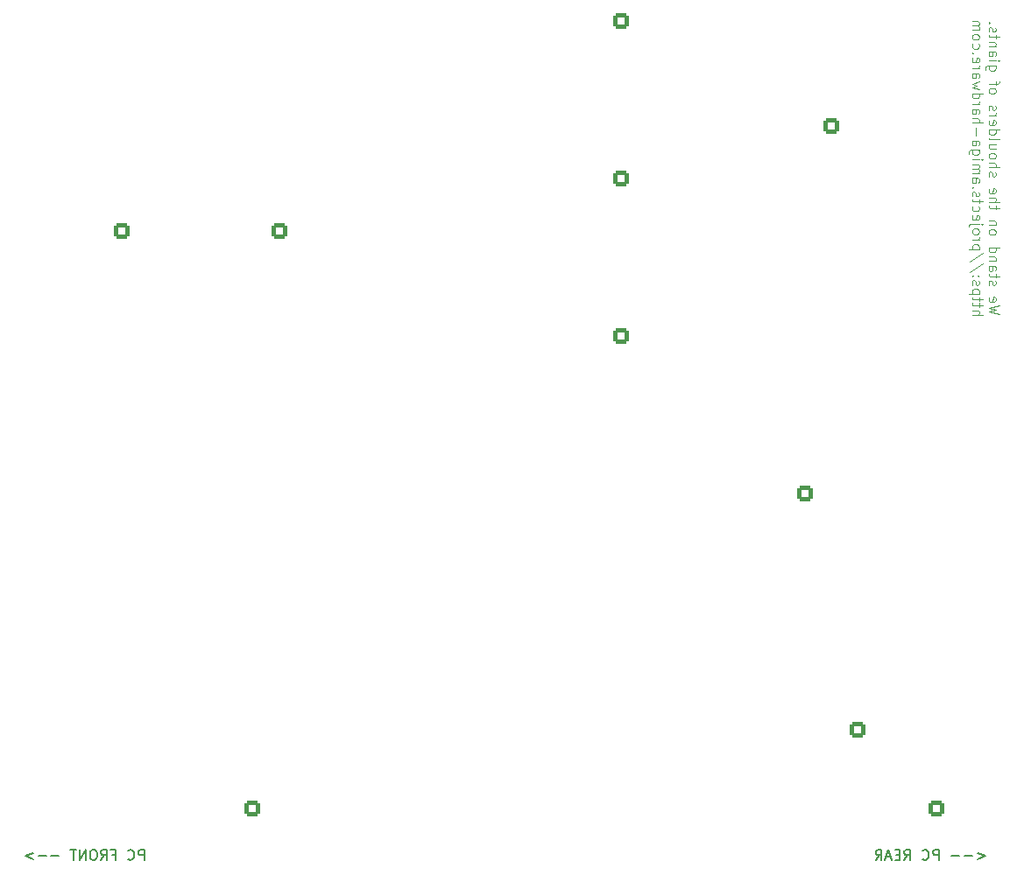
<source format=gbo>
%TF.GenerationSoftware,KiCad,Pcbnew,9.0.5-1.fc42*%
%TF.CreationDate,2025-11-09T16:45:20+08:00*%
%TF.ProjectId,XTra-RAM,58547261-2d52-4414-9d2e-6b696361645f,rev?*%
%TF.SameCoordinates,Original*%
%TF.FileFunction,Legend,Bot*%
%TF.FilePolarity,Positive*%
%FSLAX46Y46*%
G04 Gerber Fmt 4.6, Leading zero omitted, Abs format (unit mm)*
G04 Created by KiCad (PCBNEW 9.0.5-1.fc42) date 2025-11-09 16:45:20*
%MOMM*%
%LPD*%
G01*
G04 APERTURE LIST*
G04 Aperture macros list*
%AMRoundRect*
0 Rectangle with rounded corners*
0 $1 Rounding radius*
0 $2 $3 $4 $5 $6 $7 $8 $9 X,Y pos of 4 corners*
0 Add a 4 corners polygon primitive as box body*
4,1,4,$2,$3,$4,$5,$6,$7,$8,$9,$2,$3,0*
0 Add four circle primitives for the rounded corners*
1,1,$1+$1,$2,$3*
1,1,$1+$1,$4,$5*
1,1,$1+$1,$6,$7*
1,1,$1+$1,$8,$9*
0 Add four rect primitives between the rounded corners*
20,1,$1+$1,$2,$3,$4,$5,0*
20,1,$1+$1,$4,$5,$6,$7,0*
20,1,$1+$1,$6,$7,$8,$9,0*
20,1,$1+$1,$8,$9,$2,$3,0*%
G04 Aperture macros list end*
%ADD10C,0.200000*%
%ADD11C,0.100000*%
%ADD12RoundRect,0.250000X0.550000X0.550000X-0.550000X0.550000X-0.550000X-0.550000X0.550000X-0.550000X0*%
%ADD13C,1.600000*%
%ADD14RoundRect,0.250000X-0.550000X-0.550000X0.550000X-0.550000X0.550000X0.550000X-0.550000X0.550000X0*%
%ADD15RoundRect,0.250000X-0.550000X0.550000X-0.550000X-0.550000X0.550000X-0.550000X0.550000X0.550000X0*%
%ADD16R,1.780000X7.620000*%
G04 APERTURE END LIST*
D10*
X196988422Y-136360552D02*
X197750326Y-136646266D01*
X197750326Y-136646266D02*
X196988422Y-136931980D01*
X196512231Y-136646266D02*
X195750327Y-136646266D01*
X195274136Y-136646266D02*
X194512232Y-136646266D01*
X193274136Y-137027219D02*
X193274136Y-136027219D01*
X193274136Y-136027219D02*
X192893184Y-136027219D01*
X192893184Y-136027219D02*
X192797946Y-136074838D01*
X192797946Y-136074838D02*
X192750327Y-136122457D01*
X192750327Y-136122457D02*
X192702708Y-136217695D01*
X192702708Y-136217695D02*
X192702708Y-136360552D01*
X192702708Y-136360552D02*
X192750327Y-136455790D01*
X192750327Y-136455790D02*
X192797946Y-136503409D01*
X192797946Y-136503409D02*
X192893184Y-136551028D01*
X192893184Y-136551028D02*
X193274136Y-136551028D01*
X191702708Y-136931980D02*
X191750327Y-136979600D01*
X191750327Y-136979600D02*
X191893184Y-137027219D01*
X191893184Y-137027219D02*
X191988422Y-137027219D01*
X191988422Y-137027219D02*
X192131279Y-136979600D01*
X192131279Y-136979600D02*
X192226517Y-136884361D01*
X192226517Y-136884361D02*
X192274136Y-136789123D01*
X192274136Y-136789123D02*
X192321755Y-136598647D01*
X192321755Y-136598647D02*
X192321755Y-136455790D01*
X192321755Y-136455790D02*
X192274136Y-136265314D01*
X192274136Y-136265314D02*
X192226517Y-136170076D01*
X192226517Y-136170076D02*
X192131279Y-136074838D01*
X192131279Y-136074838D02*
X191988422Y-136027219D01*
X191988422Y-136027219D02*
X191893184Y-136027219D01*
X191893184Y-136027219D02*
X191750327Y-136074838D01*
X191750327Y-136074838D02*
X191702708Y-136122457D01*
X189940803Y-137027219D02*
X190274136Y-136551028D01*
X190512231Y-137027219D02*
X190512231Y-136027219D01*
X190512231Y-136027219D02*
X190131279Y-136027219D01*
X190131279Y-136027219D02*
X190036041Y-136074838D01*
X190036041Y-136074838D02*
X189988422Y-136122457D01*
X189988422Y-136122457D02*
X189940803Y-136217695D01*
X189940803Y-136217695D02*
X189940803Y-136360552D01*
X189940803Y-136360552D02*
X189988422Y-136455790D01*
X189988422Y-136455790D02*
X190036041Y-136503409D01*
X190036041Y-136503409D02*
X190131279Y-136551028D01*
X190131279Y-136551028D02*
X190512231Y-136551028D01*
X189512231Y-136503409D02*
X189178898Y-136503409D01*
X189036041Y-137027219D02*
X189512231Y-137027219D01*
X189512231Y-137027219D02*
X189512231Y-136027219D01*
X189512231Y-136027219D02*
X189036041Y-136027219D01*
X188655088Y-136741504D02*
X188178898Y-136741504D01*
X188750326Y-137027219D02*
X188416993Y-136027219D01*
X188416993Y-136027219D02*
X188083660Y-137027219D01*
X187178898Y-137027219D02*
X187512231Y-136551028D01*
X187750326Y-137027219D02*
X187750326Y-136027219D01*
X187750326Y-136027219D02*
X187369374Y-136027219D01*
X187369374Y-136027219D02*
X187274136Y-136074838D01*
X187274136Y-136074838D02*
X187226517Y-136122457D01*
X187226517Y-136122457D02*
X187178898Y-136217695D01*
X187178898Y-136217695D02*
X187178898Y-136360552D01*
X187178898Y-136360552D02*
X187226517Y-136455790D01*
X187226517Y-136455790D02*
X187274136Y-136503409D01*
X187274136Y-136503409D02*
X187369374Y-136551028D01*
X187369374Y-136551028D02*
X187750326Y-136551028D01*
X116470326Y-137027219D02*
X116470326Y-136027219D01*
X116470326Y-136027219D02*
X116089374Y-136027219D01*
X116089374Y-136027219D02*
X115994136Y-136074838D01*
X115994136Y-136074838D02*
X115946517Y-136122457D01*
X115946517Y-136122457D02*
X115898898Y-136217695D01*
X115898898Y-136217695D02*
X115898898Y-136360552D01*
X115898898Y-136360552D02*
X115946517Y-136455790D01*
X115946517Y-136455790D02*
X115994136Y-136503409D01*
X115994136Y-136503409D02*
X116089374Y-136551028D01*
X116089374Y-136551028D02*
X116470326Y-136551028D01*
X114898898Y-136931980D02*
X114946517Y-136979600D01*
X114946517Y-136979600D02*
X115089374Y-137027219D01*
X115089374Y-137027219D02*
X115184612Y-137027219D01*
X115184612Y-137027219D02*
X115327469Y-136979600D01*
X115327469Y-136979600D02*
X115422707Y-136884361D01*
X115422707Y-136884361D02*
X115470326Y-136789123D01*
X115470326Y-136789123D02*
X115517945Y-136598647D01*
X115517945Y-136598647D02*
X115517945Y-136455790D01*
X115517945Y-136455790D02*
X115470326Y-136265314D01*
X115470326Y-136265314D02*
X115422707Y-136170076D01*
X115422707Y-136170076D02*
X115327469Y-136074838D01*
X115327469Y-136074838D02*
X115184612Y-136027219D01*
X115184612Y-136027219D02*
X115089374Y-136027219D01*
X115089374Y-136027219D02*
X114946517Y-136074838D01*
X114946517Y-136074838D02*
X114898898Y-136122457D01*
X113375088Y-136503409D02*
X113708421Y-136503409D01*
X113708421Y-137027219D02*
X113708421Y-136027219D01*
X113708421Y-136027219D02*
X113232231Y-136027219D01*
X112279850Y-137027219D02*
X112613183Y-136551028D01*
X112851278Y-137027219D02*
X112851278Y-136027219D01*
X112851278Y-136027219D02*
X112470326Y-136027219D01*
X112470326Y-136027219D02*
X112375088Y-136074838D01*
X112375088Y-136074838D02*
X112327469Y-136122457D01*
X112327469Y-136122457D02*
X112279850Y-136217695D01*
X112279850Y-136217695D02*
X112279850Y-136360552D01*
X112279850Y-136360552D02*
X112327469Y-136455790D01*
X112327469Y-136455790D02*
X112375088Y-136503409D01*
X112375088Y-136503409D02*
X112470326Y-136551028D01*
X112470326Y-136551028D02*
X112851278Y-136551028D01*
X111660802Y-136027219D02*
X111470326Y-136027219D01*
X111470326Y-136027219D02*
X111375088Y-136074838D01*
X111375088Y-136074838D02*
X111279850Y-136170076D01*
X111279850Y-136170076D02*
X111232231Y-136360552D01*
X111232231Y-136360552D02*
X111232231Y-136693885D01*
X111232231Y-136693885D02*
X111279850Y-136884361D01*
X111279850Y-136884361D02*
X111375088Y-136979600D01*
X111375088Y-136979600D02*
X111470326Y-137027219D01*
X111470326Y-137027219D02*
X111660802Y-137027219D01*
X111660802Y-137027219D02*
X111756040Y-136979600D01*
X111756040Y-136979600D02*
X111851278Y-136884361D01*
X111851278Y-136884361D02*
X111898897Y-136693885D01*
X111898897Y-136693885D02*
X111898897Y-136360552D01*
X111898897Y-136360552D02*
X111851278Y-136170076D01*
X111851278Y-136170076D02*
X111756040Y-136074838D01*
X111756040Y-136074838D02*
X111660802Y-136027219D01*
X110803659Y-137027219D02*
X110803659Y-136027219D01*
X110803659Y-136027219D02*
X110232231Y-137027219D01*
X110232231Y-137027219D02*
X110232231Y-136027219D01*
X109898897Y-136027219D02*
X109327469Y-136027219D01*
X109613183Y-137027219D02*
X109613183Y-136027219D01*
X108232230Y-136646266D02*
X107470326Y-136646266D01*
X106994135Y-136646266D02*
X106232231Y-136646266D01*
X105756040Y-136360552D02*
X104994136Y-136646266D01*
X104994136Y-136646266D02*
X105756040Y-136931980D01*
D11*
X199106578Y-84212378D02*
X198106578Y-83974283D01*
X198106578Y-83974283D02*
X198820864Y-83783807D01*
X198820864Y-83783807D02*
X198106578Y-83593331D01*
X198106578Y-83593331D02*
X199106578Y-83355236D01*
X198154198Y-82593331D02*
X198106578Y-82688569D01*
X198106578Y-82688569D02*
X198106578Y-82879045D01*
X198106578Y-82879045D02*
X198154198Y-82974283D01*
X198154198Y-82974283D02*
X198249436Y-83021902D01*
X198249436Y-83021902D02*
X198630388Y-83021902D01*
X198630388Y-83021902D02*
X198725626Y-82974283D01*
X198725626Y-82974283D02*
X198773245Y-82879045D01*
X198773245Y-82879045D02*
X198773245Y-82688569D01*
X198773245Y-82688569D02*
X198725626Y-82593331D01*
X198725626Y-82593331D02*
X198630388Y-82545712D01*
X198630388Y-82545712D02*
X198535150Y-82545712D01*
X198535150Y-82545712D02*
X198439912Y-83021902D01*
X198154198Y-81402854D02*
X198106578Y-81307616D01*
X198106578Y-81307616D02*
X198106578Y-81117140D01*
X198106578Y-81117140D02*
X198154198Y-81021902D01*
X198154198Y-81021902D02*
X198249436Y-80974283D01*
X198249436Y-80974283D02*
X198297055Y-80974283D01*
X198297055Y-80974283D02*
X198392293Y-81021902D01*
X198392293Y-81021902D02*
X198439912Y-81117140D01*
X198439912Y-81117140D02*
X198439912Y-81259997D01*
X198439912Y-81259997D02*
X198487531Y-81355235D01*
X198487531Y-81355235D02*
X198582769Y-81402854D01*
X198582769Y-81402854D02*
X198630388Y-81402854D01*
X198630388Y-81402854D02*
X198725626Y-81355235D01*
X198725626Y-81355235D02*
X198773245Y-81259997D01*
X198773245Y-81259997D02*
X198773245Y-81117140D01*
X198773245Y-81117140D02*
X198725626Y-81021902D01*
X198773245Y-80688568D02*
X198773245Y-80307616D01*
X199106578Y-80545711D02*
X198249436Y-80545711D01*
X198249436Y-80545711D02*
X198154198Y-80498092D01*
X198154198Y-80498092D02*
X198106578Y-80402854D01*
X198106578Y-80402854D02*
X198106578Y-80307616D01*
X198106578Y-79545711D02*
X198630388Y-79545711D01*
X198630388Y-79545711D02*
X198725626Y-79593330D01*
X198725626Y-79593330D02*
X198773245Y-79688568D01*
X198773245Y-79688568D02*
X198773245Y-79879044D01*
X198773245Y-79879044D02*
X198725626Y-79974282D01*
X198154198Y-79545711D02*
X198106578Y-79640949D01*
X198106578Y-79640949D02*
X198106578Y-79879044D01*
X198106578Y-79879044D02*
X198154198Y-79974282D01*
X198154198Y-79974282D02*
X198249436Y-80021901D01*
X198249436Y-80021901D02*
X198344674Y-80021901D01*
X198344674Y-80021901D02*
X198439912Y-79974282D01*
X198439912Y-79974282D02*
X198487531Y-79879044D01*
X198487531Y-79879044D02*
X198487531Y-79640949D01*
X198487531Y-79640949D02*
X198535150Y-79545711D01*
X198773245Y-79069520D02*
X198106578Y-79069520D01*
X198678007Y-79069520D02*
X198725626Y-79021901D01*
X198725626Y-79021901D02*
X198773245Y-78926663D01*
X198773245Y-78926663D02*
X198773245Y-78783806D01*
X198773245Y-78783806D02*
X198725626Y-78688568D01*
X198725626Y-78688568D02*
X198630388Y-78640949D01*
X198630388Y-78640949D02*
X198106578Y-78640949D01*
X198106578Y-77736187D02*
X199106578Y-77736187D01*
X198154198Y-77736187D02*
X198106578Y-77831425D01*
X198106578Y-77831425D02*
X198106578Y-78021901D01*
X198106578Y-78021901D02*
X198154198Y-78117139D01*
X198154198Y-78117139D02*
X198201817Y-78164758D01*
X198201817Y-78164758D02*
X198297055Y-78212377D01*
X198297055Y-78212377D02*
X198582769Y-78212377D01*
X198582769Y-78212377D02*
X198678007Y-78164758D01*
X198678007Y-78164758D02*
X198725626Y-78117139D01*
X198725626Y-78117139D02*
X198773245Y-78021901D01*
X198773245Y-78021901D02*
X198773245Y-77831425D01*
X198773245Y-77831425D02*
X198725626Y-77736187D01*
X198106578Y-76355234D02*
X198154198Y-76450472D01*
X198154198Y-76450472D02*
X198201817Y-76498091D01*
X198201817Y-76498091D02*
X198297055Y-76545710D01*
X198297055Y-76545710D02*
X198582769Y-76545710D01*
X198582769Y-76545710D02*
X198678007Y-76498091D01*
X198678007Y-76498091D02*
X198725626Y-76450472D01*
X198725626Y-76450472D02*
X198773245Y-76355234D01*
X198773245Y-76355234D02*
X198773245Y-76212377D01*
X198773245Y-76212377D02*
X198725626Y-76117139D01*
X198725626Y-76117139D02*
X198678007Y-76069520D01*
X198678007Y-76069520D02*
X198582769Y-76021901D01*
X198582769Y-76021901D02*
X198297055Y-76021901D01*
X198297055Y-76021901D02*
X198201817Y-76069520D01*
X198201817Y-76069520D02*
X198154198Y-76117139D01*
X198154198Y-76117139D02*
X198106578Y-76212377D01*
X198106578Y-76212377D02*
X198106578Y-76355234D01*
X198773245Y-75593329D02*
X198106578Y-75593329D01*
X198678007Y-75593329D02*
X198725626Y-75545710D01*
X198725626Y-75545710D02*
X198773245Y-75450472D01*
X198773245Y-75450472D02*
X198773245Y-75307615D01*
X198773245Y-75307615D02*
X198725626Y-75212377D01*
X198725626Y-75212377D02*
X198630388Y-75164758D01*
X198630388Y-75164758D02*
X198106578Y-75164758D01*
X198773245Y-74069519D02*
X198773245Y-73688567D01*
X199106578Y-73926662D02*
X198249436Y-73926662D01*
X198249436Y-73926662D02*
X198154198Y-73879043D01*
X198154198Y-73879043D02*
X198106578Y-73783805D01*
X198106578Y-73783805D02*
X198106578Y-73688567D01*
X198106578Y-73355233D02*
X199106578Y-73355233D01*
X198106578Y-72926662D02*
X198630388Y-72926662D01*
X198630388Y-72926662D02*
X198725626Y-72974281D01*
X198725626Y-72974281D02*
X198773245Y-73069519D01*
X198773245Y-73069519D02*
X198773245Y-73212376D01*
X198773245Y-73212376D02*
X198725626Y-73307614D01*
X198725626Y-73307614D02*
X198678007Y-73355233D01*
X198154198Y-72069519D02*
X198106578Y-72164757D01*
X198106578Y-72164757D02*
X198106578Y-72355233D01*
X198106578Y-72355233D02*
X198154198Y-72450471D01*
X198154198Y-72450471D02*
X198249436Y-72498090D01*
X198249436Y-72498090D02*
X198630388Y-72498090D01*
X198630388Y-72498090D02*
X198725626Y-72450471D01*
X198725626Y-72450471D02*
X198773245Y-72355233D01*
X198773245Y-72355233D02*
X198773245Y-72164757D01*
X198773245Y-72164757D02*
X198725626Y-72069519D01*
X198725626Y-72069519D02*
X198630388Y-72021900D01*
X198630388Y-72021900D02*
X198535150Y-72021900D01*
X198535150Y-72021900D02*
X198439912Y-72498090D01*
X198154198Y-70879042D02*
X198106578Y-70783804D01*
X198106578Y-70783804D02*
X198106578Y-70593328D01*
X198106578Y-70593328D02*
X198154198Y-70498090D01*
X198154198Y-70498090D02*
X198249436Y-70450471D01*
X198249436Y-70450471D02*
X198297055Y-70450471D01*
X198297055Y-70450471D02*
X198392293Y-70498090D01*
X198392293Y-70498090D02*
X198439912Y-70593328D01*
X198439912Y-70593328D02*
X198439912Y-70736185D01*
X198439912Y-70736185D02*
X198487531Y-70831423D01*
X198487531Y-70831423D02*
X198582769Y-70879042D01*
X198582769Y-70879042D02*
X198630388Y-70879042D01*
X198630388Y-70879042D02*
X198725626Y-70831423D01*
X198725626Y-70831423D02*
X198773245Y-70736185D01*
X198773245Y-70736185D02*
X198773245Y-70593328D01*
X198773245Y-70593328D02*
X198725626Y-70498090D01*
X198106578Y-70021899D02*
X199106578Y-70021899D01*
X198106578Y-69593328D02*
X198630388Y-69593328D01*
X198630388Y-69593328D02*
X198725626Y-69640947D01*
X198725626Y-69640947D02*
X198773245Y-69736185D01*
X198773245Y-69736185D02*
X198773245Y-69879042D01*
X198773245Y-69879042D02*
X198725626Y-69974280D01*
X198725626Y-69974280D02*
X198678007Y-70021899D01*
X198106578Y-68974280D02*
X198154198Y-69069518D01*
X198154198Y-69069518D02*
X198201817Y-69117137D01*
X198201817Y-69117137D02*
X198297055Y-69164756D01*
X198297055Y-69164756D02*
X198582769Y-69164756D01*
X198582769Y-69164756D02*
X198678007Y-69117137D01*
X198678007Y-69117137D02*
X198725626Y-69069518D01*
X198725626Y-69069518D02*
X198773245Y-68974280D01*
X198773245Y-68974280D02*
X198773245Y-68831423D01*
X198773245Y-68831423D02*
X198725626Y-68736185D01*
X198725626Y-68736185D02*
X198678007Y-68688566D01*
X198678007Y-68688566D02*
X198582769Y-68640947D01*
X198582769Y-68640947D02*
X198297055Y-68640947D01*
X198297055Y-68640947D02*
X198201817Y-68688566D01*
X198201817Y-68688566D02*
X198154198Y-68736185D01*
X198154198Y-68736185D02*
X198106578Y-68831423D01*
X198106578Y-68831423D02*
X198106578Y-68974280D01*
X198773245Y-67783804D02*
X198106578Y-67783804D01*
X198773245Y-68212375D02*
X198249436Y-68212375D01*
X198249436Y-68212375D02*
X198154198Y-68164756D01*
X198154198Y-68164756D02*
X198106578Y-68069518D01*
X198106578Y-68069518D02*
X198106578Y-67926661D01*
X198106578Y-67926661D02*
X198154198Y-67831423D01*
X198154198Y-67831423D02*
X198201817Y-67783804D01*
X198106578Y-67164756D02*
X198154198Y-67259994D01*
X198154198Y-67259994D02*
X198249436Y-67307613D01*
X198249436Y-67307613D02*
X199106578Y-67307613D01*
X198106578Y-66355232D02*
X199106578Y-66355232D01*
X198154198Y-66355232D02*
X198106578Y-66450470D01*
X198106578Y-66450470D02*
X198106578Y-66640946D01*
X198106578Y-66640946D02*
X198154198Y-66736184D01*
X198154198Y-66736184D02*
X198201817Y-66783803D01*
X198201817Y-66783803D02*
X198297055Y-66831422D01*
X198297055Y-66831422D02*
X198582769Y-66831422D01*
X198582769Y-66831422D02*
X198678007Y-66783803D01*
X198678007Y-66783803D02*
X198725626Y-66736184D01*
X198725626Y-66736184D02*
X198773245Y-66640946D01*
X198773245Y-66640946D02*
X198773245Y-66450470D01*
X198773245Y-66450470D02*
X198725626Y-66355232D01*
X198154198Y-65498089D02*
X198106578Y-65593327D01*
X198106578Y-65593327D02*
X198106578Y-65783803D01*
X198106578Y-65783803D02*
X198154198Y-65879041D01*
X198154198Y-65879041D02*
X198249436Y-65926660D01*
X198249436Y-65926660D02*
X198630388Y-65926660D01*
X198630388Y-65926660D02*
X198725626Y-65879041D01*
X198725626Y-65879041D02*
X198773245Y-65783803D01*
X198773245Y-65783803D02*
X198773245Y-65593327D01*
X198773245Y-65593327D02*
X198725626Y-65498089D01*
X198725626Y-65498089D02*
X198630388Y-65450470D01*
X198630388Y-65450470D02*
X198535150Y-65450470D01*
X198535150Y-65450470D02*
X198439912Y-65926660D01*
X198106578Y-65021898D02*
X198773245Y-65021898D01*
X198582769Y-65021898D02*
X198678007Y-64974279D01*
X198678007Y-64974279D02*
X198725626Y-64926660D01*
X198725626Y-64926660D02*
X198773245Y-64831422D01*
X198773245Y-64831422D02*
X198773245Y-64736184D01*
X198154198Y-64450469D02*
X198106578Y-64355231D01*
X198106578Y-64355231D02*
X198106578Y-64164755D01*
X198106578Y-64164755D02*
X198154198Y-64069517D01*
X198154198Y-64069517D02*
X198249436Y-64021898D01*
X198249436Y-64021898D02*
X198297055Y-64021898D01*
X198297055Y-64021898D02*
X198392293Y-64069517D01*
X198392293Y-64069517D02*
X198439912Y-64164755D01*
X198439912Y-64164755D02*
X198439912Y-64307612D01*
X198439912Y-64307612D02*
X198487531Y-64402850D01*
X198487531Y-64402850D02*
X198582769Y-64450469D01*
X198582769Y-64450469D02*
X198630388Y-64450469D01*
X198630388Y-64450469D02*
X198725626Y-64402850D01*
X198725626Y-64402850D02*
X198773245Y-64307612D01*
X198773245Y-64307612D02*
X198773245Y-64164755D01*
X198773245Y-64164755D02*
X198725626Y-64069517D01*
X198106578Y-62688564D02*
X198154198Y-62783802D01*
X198154198Y-62783802D02*
X198201817Y-62831421D01*
X198201817Y-62831421D02*
X198297055Y-62879040D01*
X198297055Y-62879040D02*
X198582769Y-62879040D01*
X198582769Y-62879040D02*
X198678007Y-62831421D01*
X198678007Y-62831421D02*
X198725626Y-62783802D01*
X198725626Y-62783802D02*
X198773245Y-62688564D01*
X198773245Y-62688564D02*
X198773245Y-62545707D01*
X198773245Y-62545707D02*
X198725626Y-62450469D01*
X198725626Y-62450469D02*
X198678007Y-62402850D01*
X198678007Y-62402850D02*
X198582769Y-62355231D01*
X198582769Y-62355231D02*
X198297055Y-62355231D01*
X198297055Y-62355231D02*
X198201817Y-62402850D01*
X198201817Y-62402850D02*
X198154198Y-62450469D01*
X198154198Y-62450469D02*
X198106578Y-62545707D01*
X198106578Y-62545707D02*
X198106578Y-62688564D01*
X198773245Y-62069516D02*
X198773245Y-61688564D01*
X198106578Y-61926659D02*
X198963721Y-61926659D01*
X198963721Y-61926659D02*
X199058959Y-61879040D01*
X199058959Y-61879040D02*
X199106578Y-61783802D01*
X199106578Y-61783802D02*
X199106578Y-61688564D01*
X198773245Y-60164754D02*
X197963721Y-60164754D01*
X197963721Y-60164754D02*
X197868483Y-60212373D01*
X197868483Y-60212373D02*
X197820864Y-60259992D01*
X197820864Y-60259992D02*
X197773245Y-60355230D01*
X197773245Y-60355230D02*
X197773245Y-60498087D01*
X197773245Y-60498087D02*
X197820864Y-60593325D01*
X198154198Y-60164754D02*
X198106578Y-60259992D01*
X198106578Y-60259992D02*
X198106578Y-60450468D01*
X198106578Y-60450468D02*
X198154198Y-60545706D01*
X198154198Y-60545706D02*
X198201817Y-60593325D01*
X198201817Y-60593325D02*
X198297055Y-60640944D01*
X198297055Y-60640944D02*
X198582769Y-60640944D01*
X198582769Y-60640944D02*
X198678007Y-60593325D01*
X198678007Y-60593325D02*
X198725626Y-60545706D01*
X198725626Y-60545706D02*
X198773245Y-60450468D01*
X198773245Y-60450468D02*
X198773245Y-60259992D01*
X198773245Y-60259992D02*
X198725626Y-60164754D01*
X198106578Y-59688563D02*
X198773245Y-59688563D01*
X199106578Y-59688563D02*
X199058959Y-59736182D01*
X199058959Y-59736182D02*
X199011340Y-59688563D01*
X199011340Y-59688563D02*
X199058959Y-59640944D01*
X199058959Y-59640944D02*
X199106578Y-59688563D01*
X199106578Y-59688563D02*
X199011340Y-59688563D01*
X198106578Y-58783802D02*
X198630388Y-58783802D01*
X198630388Y-58783802D02*
X198725626Y-58831421D01*
X198725626Y-58831421D02*
X198773245Y-58926659D01*
X198773245Y-58926659D02*
X198773245Y-59117135D01*
X198773245Y-59117135D02*
X198725626Y-59212373D01*
X198154198Y-58783802D02*
X198106578Y-58879040D01*
X198106578Y-58879040D02*
X198106578Y-59117135D01*
X198106578Y-59117135D02*
X198154198Y-59212373D01*
X198154198Y-59212373D02*
X198249436Y-59259992D01*
X198249436Y-59259992D02*
X198344674Y-59259992D01*
X198344674Y-59259992D02*
X198439912Y-59212373D01*
X198439912Y-59212373D02*
X198487531Y-59117135D01*
X198487531Y-59117135D02*
X198487531Y-58879040D01*
X198487531Y-58879040D02*
X198535150Y-58783802D01*
X198773245Y-58307611D02*
X198106578Y-58307611D01*
X198678007Y-58307611D02*
X198725626Y-58259992D01*
X198725626Y-58259992D02*
X198773245Y-58164754D01*
X198773245Y-58164754D02*
X198773245Y-58021897D01*
X198773245Y-58021897D02*
X198725626Y-57926659D01*
X198725626Y-57926659D02*
X198630388Y-57879040D01*
X198630388Y-57879040D02*
X198106578Y-57879040D01*
X198773245Y-57545706D02*
X198773245Y-57164754D01*
X199106578Y-57402849D02*
X198249436Y-57402849D01*
X198249436Y-57402849D02*
X198154198Y-57355230D01*
X198154198Y-57355230D02*
X198106578Y-57259992D01*
X198106578Y-57259992D02*
X198106578Y-57164754D01*
X198154198Y-56879039D02*
X198106578Y-56783801D01*
X198106578Y-56783801D02*
X198106578Y-56593325D01*
X198106578Y-56593325D02*
X198154198Y-56498087D01*
X198154198Y-56498087D02*
X198249436Y-56450468D01*
X198249436Y-56450468D02*
X198297055Y-56450468D01*
X198297055Y-56450468D02*
X198392293Y-56498087D01*
X198392293Y-56498087D02*
X198439912Y-56593325D01*
X198439912Y-56593325D02*
X198439912Y-56736182D01*
X198439912Y-56736182D02*
X198487531Y-56831420D01*
X198487531Y-56831420D02*
X198582769Y-56879039D01*
X198582769Y-56879039D02*
X198630388Y-56879039D01*
X198630388Y-56879039D02*
X198725626Y-56831420D01*
X198725626Y-56831420D02*
X198773245Y-56736182D01*
X198773245Y-56736182D02*
X198773245Y-56593325D01*
X198773245Y-56593325D02*
X198725626Y-56498087D01*
X198201817Y-56021896D02*
X198154198Y-55974277D01*
X198154198Y-55974277D02*
X198106578Y-56021896D01*
X198106578Y-56021896D02*
X198154198Y-56069515D01*
X198154198Y-56069515D02*
X198201817Y-56021896D01*
X198201817Y-56021896D02*
X198106578Y-56021896D01*
X196496634Y-84283804D02*
X197496634Y-84283804D01*
X196496634Y-83855233D02*
X197020444Y-83855233D01*
X197020444Y-83855233D02*
X197115682Y-83902852D01*
X197115682Y-83902852D02*
X197163301Y-83998090D01*
X197163301Y-83998090D02*
X197163301Y-84140947D01*
X197163301Y-84140947D02*
X197115682Y-84236185D01*
X197115682Y-84236185D02*
X197068063Y-84283804D01*
X197163301Y-83521899D02*
X197163301Y-83140947D01*
X197496634Y-83379042D02*
X196639492Y-83379042D01*
X196639492Y-83379042D02*
X196544254Y-83331423D01*
X196544254Y-83331423D02*
X196496634Y-83236185D01*
X196496634Y-83236185D02*
X196496634Y-83140947D01*
X197163301Y-82950470D02*
X197163301Y-82569518D01*
X197496634Y-82807613D02*
X196639492Y-82807613D01*
X196639492Y-82807613D02*
X196544254Y-82759994D01*
X196544254Y-82759994D02*
X196496634Y-82664756D01*
X196496634Y-82664756D02*
X196496634Y-82569518D01*
X197163301Y-82236184D02*
X196163301Y-82236184D01*
X197115682Y-82236184D02*
X197163301Y-82140946D01*
X197163301Y-82140946D02*
X197163301Y-81950470D01*
X197163301Y-81950470D02*
X197115682Y-81855232D01*
X197115682Y-81855232D02*
X197068063Y-81807613D01*
X197068063Y-81807613D02*
X196972825Y-81759994D01*
X196972825Y-81759994D02*
X196687111Y-81759994D01*
X196687111Y-81759994D02*
X196591873Y-81807613D01*
X196591873Y-81807613D02*
X196544254Y-81855232D01*
X196544254Y-81855232D02*
X196496634Y-81950470D01*
X196496634Y-81950470D02*
X196496634Y-82140946D01*
X196496634Y-82140946D02*
X196544254Y-82236184D01*
X196544254Y-81379041D02*
X196496634Y-81283803D01*
X196496634Y-81283803D02*
X196496634Y-81093327D01*
X196496634Y-81093327D02*
X196544254Y-80998089D01*
X196544254Y-80998089D02*
X196639492Y-80950470D01*
X196639492Y-80950470D02*
X196687111Y-80950470D01*
X196687111Y-80950470D02*
X196782349Y-80998089D01*
X196782349Y-80998089D02*
X196829968Y-81093327D01*
X196829968Y-81093327D02*
X196829968Y-81236184D01*
X196829968Y-81236184D02*
X196877587Y-81331422D01*
X196877587Y-81331422D02*
X196972825Y-81379041D01*
X196972825Y-81379041D02*
X197020444Y-81379041D01*
X197020444Y-81379041D02*
X197115682Y-81331422D01*
X197115682Y-81331422D02*
X197163301Y-81236184D01*
X197163301Y-81236184D02*
X197163301Y-81093327D01*
X197163301Y-81093327D02*
X197115682Y-80998089D01*
X196591873Y-80521898D02*
X196544254Y-80474279D01*
X196544254Y-80474279D02*
X196496634Y-80521898D01*
X196496634Y-80521898D02*
X196544254Y-80569517D01*
X196544254Y-80569517D02*
X196591873Y-80521898D01*
X196591873Y-80521898D02*
X196496634Y-80521898D01*
X197115682Y-80521898D02*
X197068063Y-80474279D01*
X197068063Y-80474279D02*
X197020444Y-80521898D01*
X197020444Y-80521898D02*
X197068063Y-80569517D01*
X197068063Y-80569517D02*
X197115682Y-80521898D01*
X197115682Y-80521898D02*
X197020444Y-80521898D01*
X197544254Y-79331423D02*
X196258539Y-80188565D01*
X197544254Y-78283804D02*
X196258539Y-79140946D01*
X197163301Y-77950470D02*
X196163301Y-77950470D01*
X197115682Y-77950470D02*
X197163301Y-77855232D01*
X197163301Y-77855232D02*
X197163301Y-77664756D01*
X197163301Y-77664756D02*
X197115682Y-77569518D01*
X197115682Y-77569518D02*
X197068063Y-77521899D01*
X197068063Y-77521899D02*
X196972825Y-77474280D01*
X196972825Y-77474280D02*
X196687111Y-77474280D01*
X196687111Y-77474280D02*
X196591873Y-77521899D01*
X196591873Y-77521899D02*
X196544254Y-77569518D01*
X196544254Y-77569518D02*
X196496634Y-77664756D01*
X196496634Y-77664756D02*
X196496634Y-77855232D01*
X196496634Y-77855232D02*
X196544254Y-77950470D01*
X196496634Y-77045708D02*
X197163301Y-77045708D01*
X196972825Y-77045708D02*
X197068063Y-76998089D01*
X197068063Y-76998089D02*
X197115682Y-76950470D01*
X197115682Y-76950470D02*
X197163301Y-76855232D01*
X197163301Y-76855232D02*
X197163301Y-76759994D01*
X196496634Y-76283803D02*
X196544254Y-76379041D01*
X196544254Y-76379041D02*
X196591873Y-76426660D01*
X196591873Y-76426660D02*
X196687111Y-76474279D01*
X196687111Y-76474279D02*
X196972825Y-76474279D01*
X196972825Y-76474279D02*
X197068063Y-76426660D01*
X197068063Y-76426660D02*
X197115682Y-76379041D01*
X197115682Y-76379041D02*
X197163301Y-76283803D01*
X197163301Y-76283803D02*
X197163301Y-76140946D01*
X197163301Y-76140946D02*
X197115682Y-76045708D01*
X197115682Y-76045708D02*
X197068063Y-75998089D01*
X197068063Y-75998089D02*
X196972825Y-75950470D01*
X196972825Y-75950470D02*
X196687111Y-75950470D01*
X196687111Y-75950470D02*
X196591873Y-75998089D01*
X196591873Y-75998089D02*
X196544254Y-76045708D01*
X196544254Y-76045708D02*
X196496634Y-76140946D01*
X196496634Y-76140946D02*
X196496634Y-76283803D01*
X197163301Y-75521898D02*
X196306158Y-75521898D01*
X196306158Y-75521898D02*
X196210920Y-75569517D01*
X196210920Y-75569517D02*
X196163301Y-75664755D01*
X196163301Y-75664755D02*
X196163301Y-75712374D01*
X197496634Y-75521898D02*
X197449015Y-75569517D01*
X197449015Y-75569517D02*
X197401396Y-75521898D01*
X197401396Y-75521898D02*
X197449015Y-75474279D01*
X197449015Y-75474279D02*
X197496634Y-75521898D01*
X197496634Y-75521898D02*
X197401396Y-75521898D01*
X196544254Y-74664756D02*
X196496634Y-74759994D01*
X196496634Y-74759994D02*
X196496634Y-74950470D01*
X196496634Y-74950470D02*
X196544254Y-75045708D01*
X196544254Y-75045708D02*
X196639492Y-75093327D01*
X196639492Y-75093327D02*
X197020444Y-75093327D01*
X197020444Y-75093327D02*
X197115682Y-75045708D01*
X197115682Y-75045708D02*
X197163301Y-74950470D01*
X197163301Y-74950470D02*
X197163301Y-74759994D01*
X197163301Y-74759994D02*
X197115682Y-74664756D01*
X197115682Y-74664756D02*
X197020444Y-74617137D01*
X197020444Y-74617137D02*
X196925206Y-74617137D01*
X196925206Y-74617137D02*
X196829968Y-75093327D01*
X196544254Y-73759994D02*
X196496634Y-73855232D01*
X196496634Y-73855232D02*
X196496634Y-74045708D01*
X196496634Y-74045708D02*
X196544254Y-74140946D01*
X196544254Y-74140946D02*
X196591873Y-74188565D01*
X196591873Y-74188565D02*
X196687111Y-74236184D01*
X196687111Y-74236184D02*
X196972825Y-74236184D01*
X196972825Y-74236184D02*
X197068063Y-74188565D01*
X197068063Y-74188565D02*
X197115682Y-74140946D01*
X197115682Y-74140946D02*
X197163301Y-74045708D01*
X197163301Y-74045708D02*
X197163301Y-73855232D01*
X197163301Y-73855232D02*
X197115682Y-73759994D01*
X197163301Y-73474279D02*
X197163301Y-73093327D01*
X197496634Y-73331422D02*
X196639492Y-73331422D01*
X196639492Y-73331422D02*
X196544254Y-73283803D01*
X196544254Y-73283803D02*
X196496634Y-73188565D01*
X196496634Y-73188565D02*
X196496634Y-73093327D01*
X196544254Y-72807612D02*
X196496634Y-72712374D01*
X196496634Y-72712374D02*
X196496634Y-72521898D01*
X196496634Y-72521898D02*
X196544254Y-72426660D01*
X196544254Y-72426660D02*
X196639492Y-72379041D01*
X196639492Y-72379041D02*
X196687111Y-72379041D01*
X196687111Y-72379041D02*
X196782349Y-72426660D01*
X196782349Y-72426660D02*
X196829968Y-72521898D01*
X196829968Y-72521898D02*
X196829968Y-72664755D01*
X196829968Y-72664755D02*
X196877587Y-72759993D01*
X196877587Y-72759993D02*
X196972825Y-72807612D01*
X196972825Y-72807612D02*
X197020444Y-72807612D01*
X197020444Y-72807612D02*
X197115682Y-72759993D01*
X197115682Y-72759993D02*
X197163301Y-72664755D01*
X197163301Y-72664755D02*
X197163301Y-72521898D01*
X197163301Y-72521898D02*
X197115682Y-72426660D01*
X196591873Y-71950469D02*
X196544254Y-71902850D01*
X196544254Y-71902850D02*
X196496634Y-71950469D01*
X196496634Y-71950469D02*
X196544254Y-71998088D01*
X196544254Y-71998088D02*
X196591873Y-71950469D01*
X196591873Y-71950469D02*
X196496634Y-71950469D01*
X196496634Y-71045708D02*
X197020444Y-71045708D01*
X197020444Y-71045708D02*
X197115682Y-71093327D01*
X197115682Y-71093327D02*
X197163301Y-71188565D01*
X197163301Y-71188565D02*
X197163301Y-71379041D01*
X197163301Y-71379041D02*
X197115682Y-71474279D01*
X196544254Y-71045708D02*
X196496634Y-71140946D01*
X196496634Y-71140946D02*
X196496634Y-71379041D01*
X196496634Y-71379041D02*
X196544254Y-71474279D01*
X196544254Y-71474279D02*
X196639492Y-71521898D01*
X196639492Y-71521898D02*
X196734730Y-71521898D01*
X196734730Y-71521898D02*
X196829968Y-71474279D01*
X196829968Y-71474279D02*
X196877587Y-71379041D01*
X196877587Y-71379041D02*
X196877587Y-71140946D01*
X196877587Y-71140946D02*
X196925206Y-71045708D01*
X196496634Y-70569517D02*
X197163301Y-70569517D01*
X197068063Y-70569517D02*
X197115682Y-70521898D01*
X197115682Y-70521898D02*
X197163301Y-70426660D01*
X197163301Y-70426660D02*
X197163301Y-70283803D01*
X197163301Y-70283803D02*
X197115682Y-70188565D01*
X197115682Y-70188565D02*
X197020444Y-70140946D01*
X197020444Y-70140946D02*
X196496634Y-70140946D01*
X197020444Y-70140946D02*
X197115682Y-70093327D01*
X197115682Y-70093327D02*
X197163301Y-69998089D01*
X197163301Y-69998089D02*
X197163301Y-69855232D01*
X197163301Y-69855232D02*
X197115682Y-69759993D01*
X197115682Y-69759993D02*
X197020444Y-69712374D01*
X197020444Y-69712374D02*
X196496634Y-69712374D01*
X196496634Y-69236184D02*
X197163301Y-69236184D01*
X197496634Y-69236184D02*
X197449015Y-69283803D01*
X197449015Y-69283803D02*
X197401396Y-69236184D01*
X197401396Y-69236184D02*
X197449015Y-69188565D01*
X197449015Y-69188565D02*
X197496634Y-69236184D01*
X197496634Y-69236184D02*
X197401396Y-69236184D01*
X197163301Y-68331423D02*
X196353777Y-68331423D01*
X196353777Y-68331423D02*
X196258539Y-68379042D01*
X196258539Y-68379042D02*
X196210920Y-68426661D01*
X196210920Y-68426661D02*
X196163301Y-68521899D01*
X196163301Y-68521899D02*
X196163301Y-68664756D01*
X196163301Y-68664756D02*
X196210920Y-68759994D01*
X196544254Y-68331423D02*
X196496634Y-68426661D01*
X196496634Y-68426661D02*
X196496634Y-68617137D01*
X196496634Y-68617137D02*
X196544254Y-68712375D01*
X196544254Y-68712375D02*
X196591873Y-68759994D01*
X196591873Y-68759994D02*
X196687111Y-68807613D01*
X196687111Y-68807613D02*
X196972825Y-68807613D01*
X196972825Y-68807613D02*
X197068063Y-68759994D01*
X197068063Y-68759994D02*
X197115682Y-68712375D01*
X197115682Y-68712375D02*
X197163301Y-68617137D01*
X197163301Y-68617137D02*
X197163301Y-68426661D01*
X197163301Y-68426661D02*
X197115682Y-68331423D01*
X196496634Y-67426661D02*
X197020444Y-67426661D01*
X197020444Y-67426661D02*
X197115682Y-67474280D01*
X197115682Y-67474280D02*
X197163301Y-67569518D01*
X197163301Y-67569518D02*
X197163301Y-67759994D01*
X197163301Y-67759994D02*
X197115682Y-67855232D01*
X196544254Y-67426661D02*
X196496634Y-67521899D01*
X196496634Y-67521899D02*
X196496634Y-67759994D01*
X196496634Y-67759994D02*
X196544254Y-67855232D01*
X196544254Y-67855232D02*
X196639492Y-67902851D01*
X196639492Y-67902851D02*
X196734730Y-67902851D01*
X196734730Y-67902851D02*
X196829968Y-67855232D01*
X196829968Y-67855232D02*
X196877587Y-67759994D01*
X196877587Y-67759994D02*
X196877587Y-67521899D01*
X196877587Y-67521899D02*
X196925206Y-67426661D01*
X196877587Y-66950470D02*
X196877587Y-66188566D01*
X196496634Y-65712375D02*
X197496634Y-65712375D01*
X196496634Y-65283804D02*
X197020444Y-65283804D01*
X197020444Y-65283804D02*
X197115682Y-65331423D01*
X197115682Y-65331423D02*
X197163301Y-65426661D01*
X197163301Y-65426661D02*
X197163301Y-65569518D01*
X197163301Y-65569518D02*
X197115682Y-65664756D01*
X197115682Y-65664756D02*
X197068063Y-65712375D01*
X196496634Y-64379042D02*
X197020444Y-64379042D01*
X197020444Y-64379042D02*
X197115682Y-64426661D01*
X197115682Y-64426661D02*
X197163301Y-64521899D01*
X197163301Y-64521899D02*
X197163301Y-64712375D01*
X197163301Y-64712375D02*
X197115682Y-64807613D01*
X196544254Y-64379042D02*
X196496634Y-64474280D01*
X196496634Y-64474280D02*
X196496634Y-64712375D01*
X196496634Y-64712375D02*
X196544254Y-64807613D01*
X196544254Y-64807613D02*
X196639492Y-64855232D01*
X196639492Y-64855232D02*
X196734730Y-64855232D01*
X196734730Y-64855232D02*
X196829968Y-64807613D01*
X196829968Y-64807613D02*
X196877587Y-64712375D01*
X196877587Y-64712375D02*
X196877587Y-64474280D01*
X196877587Y-64474280D02*
X196925206Y-64379042D01*
X196496634Y-63902851D02*
X197163301Y-63902851D01*
X196972825Y-63902851D02*
X197068063Y-63855232D01*
X197068063Y-63855232D02*
X197115682Y-63807613D01*
X197115682Y-63807613D02*
X197163301Y-63712375D01*
X197163301Y-63712375D02*
X197163301Y-63617137D01*
X196496634Y-62855232D02*
X197496634Y-62855232D01*
X196544254Y-62855232D02*
X196496634Y-62950470D01*
X196496634Y-62950470D02*
X196496634Y-63140946D01*
X196496634Y-63140946D02*
X196544254Y-63236184D01*
X196544254Y-63236184D02*
X196591873Y-63283803D01*
X196591873Y-63283803D02*
X196687111Y-63331422D01*
X196687111Y-63331422D02*
X196972825Y-63331422D01*
X196972825Y-63331422D02*
X197068063Y-63283803D01*
X197068063Y-63283803D02*
X197115682Y-63236184D01*
X197115682Y-63236184D02*
X197163301Y-63140946D01*
X197163301Y-63140946D02*
X197163301Y-62950470D01*
X197163301Y-62950470D02*
X197115682Y-62855232D01*
X197163301Y-62474279D02*
X196496634Y-62283803D01*
X196496634Y-62283803D02*
X196972825Y-62093327D01*
X196972825Y-62093327D02*
X196496634Y-61902851D01*
X196496634Y-61902851D02*
X197163301Y-61712375D01*
X196496634Y-60902851D02*
X197020444Y-60902851D01*
X197020444Y-60902851D02*
X197115682Y-60950470D01*
X197115682Y-60950470D02*
X197163301Y-61045708D01*
X197163301Y-61045708D02*
X197163301Y-61236184D01*
X197163301Y-61236184D02*
X197115682Y-61331422D01*
X196544254Y-60902851D02*
X196496634Y-60998089D01*
X196496634Y-60998089D02*
X196496634Y-61236184D01*
X196496634Y-61236184D02*
X196544254Y-61331422D01*
X196544254Y-61331422D02*
X196639492Y-61379041D01*
X196639492Y-61379041D02*
X196734730Y-61379041D01*
X196734730Y-61379041D02*
X196829968Y-61331422D01*
X196829968Y-61331422D02*
X196877587Y-61236184D01*
X196877587Y-61236184D02*
X196877587Y-60998089D01*
X196877587Y-60998089D02*
X196925206Y-60902851D01*
X196496634Y-60426660D02*
X197163301Y-60426660D01*
X196972825Y-60426660D02*
X197068063Y-60379041D01*
X197068063Y-60379041D02*
X197115682Y-60331422D01*
X197115682Y-60331422D02*
X197163301Y-60236184D01*
X197163301Y-60236184D02*
X197163301Y-60140946D01*
X196544254Y-59426660D02*
X196496634Y-59521898D01*
X196496634Y-59521898D02*
X196496634Y-59712374D01*
X196496634Y-59712374D02*
X196544254Y-59807612D01*
X196544254Y-59807612D02*
X196639492Y-59855231D01*
X196639492Y-59855231D02*
X197020444Y-59855231D01*
X197020444Y-59855231D02*
X197115682Y-59807612D01*
X197115682Y-59807612D02*
X197163301Y-59712374D01*
X197163301Y-59712374D02*
X197163301Y-59521898D01*
X197163301Y-59521898D02*
X197115682Y-59426660D01*
X197115682Y-59426660D02*
X197020444Y-59379041D01*
X197020444Y-59379041D02*
X196925206Y-59379041D01*
X196925206Y-59379041D02*
X196829968Y-59855231D01*
X196591873Y-58950469D02*
X196544254Y-58902850D01*
X196544254Y-58902850D02*
X196496634Y-58950469D01*
X196496634Y-58950469D02*
X196544254Y-58998088D01*
X196544254Y-58998088D02*
X196591873Y-58950469D01*
X196591873Y-58950469D02*
X196496634Y-58950469D01*
X196544254Y-58045708D02*
X196496634Y-58140946D01*
X196496634Y-58140946D02*
X196496634Y-58331422D01*
X196496634Y-58331422D02*
X196544254Y-58426660D01*
X196544254Y-58426660D02*
X196591873Y-58474279D01*
X196591873Y-58474279D02*
X196687111Y-58521898D01*
X196687111Y-58521898D02*
X196972825Y-58521898D01*
X196972825Y-58521898D02*
X197068063Y-58474279D01*
X197068063Y-58474279D02*
X197115682Y-58426660D01*
X197115682Y-58426660D02*
X197163301Y-58331422D01*
X197163301Y-58331422D02*
X197163301Y-58140946D01*
X197163301Y-58140946D02*
X197115682Y-58045708D01*
X196496634Y-57474279D02*
X196544254Y-57569517D01*
X196544254Y-57569517D02*
X196591873Y-57617136D01*
X196591873Y-57617136D02*
X196687111Y-57664755D01*
X196687111Y-57664755D02*
X196972825Y-57664755D01*
X196972825Y-57664755D02*
X197068063Y-57617136D01*
X197068063Y-57617136D02*
X197115682Y-57569517D01*
X197115682Y-57569517D02*
X197163301Y-57474279D01*
X197163301Y-57474279D02*
X197163301Y-57331422D01*
X197163301Y-57331422D02*
X197115682Y-57236184D01*
X197115682Y-57236184D02*
X197068063Y-57188565D01*
X197068063Y-57188565D02*
X196972825Y-57140946D01*
X196972825Y-57140946D02*
X196687111Y-57140946D01*
X196687111Y-57140946D02*
X196591873Y-57188565D01*
X196591873Y-57188565D02*
X196544254Y-57236184D01*
X196544254Y-57236184D02*
X196496634Y-57331422D01*
X196496634Y-57331422D02*
X196496634Y-57474279D01*
X196496634Y-56712374D02*
X197163301Y-56712374D01*
X197068063Y-56712374D02*
X197115682Y-56664755D01*
X197115682Y-56664755D02*
X197163301Y-56569517D01*
X197163301Y-56569517D02*
X197163301Y-56426660D01*
X197163301Y-56426660D02*
X197115682Y-56331422D01*
X197115682Y-56331422D02*
X197020444Y-56283803D01*
X197020444Y-56283803D02*
X196496634Y-56283803D01*
X197020444Y-56283803D02*
X197115682Y-56236184D01*
X197115682Y-56236184D02*
X197163301Y-56140946D01*
X197163301Y-56140946D02*
X197163301Y-55998089D01*
X197163301Y-55998089D02*
X197115682Y-55902850D01*
X197115682Y-55902850D02*
X197020444Y-55855231D01*
X197020444Y-55855231D02*
X196496634Y-55855231D01*
%LPC*%
D12*
%TO.C,C6*%
X126960000Y-132080000D03*
D13*
X124460000Y-132080000D03*
%TD*%
%TO.C,C4*%
X167640000Y-78740000D03*
X167640000Y-73740000D03*
%TD*%
%TO.C,R2*%
X116840000Y-91440000D03*
X106680000Y-91440000D03*
%TD*%
D12*
%TO.C,C8*%
X193080000Y-132080000D03*
D13*
X190580000Y-132080000D03*
%TD*%
D14*
%TO.C,U2*%
X182880000Y-66040000D03*
D13*
X182880000Y-68580000D03*
X182880000Y-71120000D03*
X182880000Y-73660000D03*
X182880000Y-76200000D03*
X182880000Y-78740000D03*
X182880000Y-81280000D03*
X182880000Y-83820000D03*
X182880000Y-86360000D03*
X182880000Y-88900000D03*
X190500000Y-88900000D03*
X190500000Y-86360000D03*
X190500000Y-83820000D03*
X190500000Y-81280000D03*
X190500000Y-78740000D03*
X190500000Y-76200000D03*
X190500000Y-73660000D03*
X190500000Y-71120000D03*
X190500000Y-68580000D03*
X190500000Y-66040000D03*
%TD*%
%TO.C,R5*%
X116840000Y-106680000D03*
X106680000Y-106680000D03*
%TD*%
%TO.C,C3*%
X167640000Y-63500000D03*
X167640000Y-58500000D03*
%TD*%
%TO.C,R13*%
X121920000Y-106680000D03*
X132080000Y-106680000D03*
%TD*%
%TO.C,R16*%
X121920000Y-121920000D03*
X132080000Y-121920000D03*
%TD*%
D12*
%TO.C,C7*%
X185420000Y-124460000D03*
D13*
X182920000Y-124460000D03*
%TD*%
%TO.C,R12*%
X121920000Y-101600000D03*
X132080000Y-101600000D03*
%TD*%
%TO.C,R4*%
X116840000Y-101600000D03*
X106680000Y-101600000D03*
%TD*%
D15*
%TO.C,U1*%
X180340000Y-101600000D03*
D13*
X177800000Y-101600000D03*
X175260000Y-101600000D03*
X172720000Y-101600000D03*
X170180000Y-101600000D03*
X167640000Y-101600000D03*
X165100000Y-101600000D03*
X162560000Y-101600000D03*
X160020000Y-101600000D03*
X157480000Y-101600000D03*
X154940000Y-101600000D03*
X152400000Y-101600000D03*
X149860000Y-101600000D03*
X147320000Y-101600000D03*
X144780000Y-101600000D03*
X142240000Y-101600000D03*
X142240000Y-116840000D03*
X144780000Y-116840000D03*
X147320000Y-116840000D03*
X149860000Y-116840000D03*
X152400000Y-116840000D03*
X154940000Y-116840000D03*
X157480000Y-116840000D03*
X160020000Y-116840000D03*
X162560000Y-116840000D03*
X165100000Y-116840000D03*
X167640000Y-116840000D03*
X170180000Y-116840000D03*
X172720000Y-116840000D03*
X175260000Y-116840000D03*
X177800000Y-116840000D03*
X180340000Y-116840000D03*
%TD*%
D15*
%TO.C,U4*%
X162560000Y-71120000D03*
D13*
X160020000Y-71120000D03*
X157480000Y-71120000D03*
X154940000Y-71120000D03*
X152400000Y-71120000D03*
X149860000Y-71120000D03*
X147320000Y-71120000D03*
X144780000Y-71120000D03*
X144780000Y-78740000D03*
X147320000Y-78740000D03*
X149860000Y-78740000D03*
X152400000Y-78740000D03*
X154940000Y-78740000D03*
X157480000Y-78740000D03*
X160020000Y-78740000D03*
X162560000Y-78740000D03*
%TD*%
%TO.C,R6*%
X116840000Y-111760000D03*
X106680000Y-111760000D03*
%TD*%
%TO.C,C1*%
X185420000Y-116760000D03*
X185420000Y-111760000D03*
%TD*%
%TO.C,R3*%
X116840000Y-96520000D03*
X106680000Y-96520000D03*
%TD*%
D15*
%TO.C,U5*%
X162560000Y-86360000D03*
D13*
X160020000Y-86360000D03*
X157480000Y-86360000D03*
X154940000Y-86360000D03*
X152400000Y-86360000D03*
X149860000Y-86360000D03*
X147320000Y-86360000D03*
X144780000Y-86360000D03*
X144780000Y-93980000D03*
X147320000Y-93980000D03*
X149860000Y-93980000D03*
X152400000Y-93980000D03*
X154940000Y-93980000D03*
X157480000Y-93980000D03*
X160020000Y-93980000D03*
X162560000Y-93980000D03*
%TD*%
%TO.C,R15*%
X121920000Y-116840000D03*
X132080000Y-116840000D03*
%TD*%
%TO.C,R11*%
X121920000Y-96520000D03*
X132080000Y-96520000D03*
%TD*%
D15*
%TO.C,U3*%
X162560000Y-55880000D03*
D13*
X160020000Y-55880000D03*
X157480000Y-55880000D03*
X154940000Y-55880000D03*
X152400000Y-55880000D03*
X149860000Y-55880000D03*
X147320000Y-55880000D03*
X144780000Y-55880000D03*
X144780000Y-63500000D03*
X147320000Y-63500000D03*
X149860000Y-63500000D03*
X152400000Y-63500000D03*
X154940000Y-63500000D03*
X157480000Y-63500000D03*
X160020000Y-63500000D03*
X162560000Y-63500000D03*
%TD*%
D12*
%TO.C,SW2*%
X114300000Y-76200000D03*
D13*
X114300000Y-73660000D03*
X114300000Y-71120000D03*
X114300000Y-68580000D03*
X114300000Y-66040000D03*
X114300000Y-63500000D03*
X114300000Y-60960000D03*
X114300000Y-58420000D03*
X106680000Y-58420000D03*
X106680000Y-60960000D03*
X106680000Y-63500000D03*
X106680000Y-66040000D03*
X106680000Y-68580000D03*
X106680000Y-71120000D03*
X106680000Y-73660000D03*
X106680000Y-76200000D03*
%TD*%
%TO.C,R1*%
X116840000Y-86360000D03*
X106680000Y-86360000D03*
%TD*%
%TO.C,R9*%
X121920000Y-86360000D03*
X132080000Y-86360000D03*
%TD*%
%TO.C,R8*%
X116840000Y-121920000D03*
X106680000Y-121920000D03*
%TD*%
%TO.C,R14*%
X121920000Y-111760000D03*
X132080000Y-111760000D03*
%TD*%
D12*
%TO.C,SW1*%
X129540000Y-76200000D03*
D13*
X129540000Y-73660000D03*
X129540000Y-71120000D03*
X129540000Y-68580000D03*
X129540000Y-66040000D03*
X129540000Y-63500000D03*
X129540000Y-60960000D03*
X129540000Y-58420000D03*
X121920000Y-58420000D03*
X121920000Y-60960000D03*
X121920000Y-63500000D03*
X121920000Y-66040000D03*
X121920000Y-68580000D03*
X121920000Y-71120000D03*
X121920000Y-73660000D03*
X121920000Y-76200000D03*
%TD*%
D16*
%TO.C,CN1*%
X198120000Y-144780000D03*
X195580000Y-144780000D03*
X193040000Y-144780000D03*
X190500000Y-144780000D03*
X187960000Y-144780000D03*
X185420000Y-144780000D03*
X182880000Y-144780000D03*
X180340000Y-144780000D03*
X177800000Y-144780000D03*
X175260000Y-144780000D03*
X172720000Y-144780000D03*
X170180000Y-144780000D03*
X167640000Y-144780000D03*
X165100000Y-144780000D03*
X162560000Y-144780000D03*
X160020000Y-144780000D03*
X157480000Y-144780000D03*
X154940000Y-144780000D03*
X152400000Y-144780000D03*
X149860000Y-144780000D03*
X147320000Y-144780000D03*
X144780000Y-144780000D03*
X142240000Y-144780000D03*
X139700000Y-144780000D03*
X137160000Y-144780000D03*
X134620000Y-144780000D03*
X132080000Y-144780000D03*
X129540000Y-144780000D03*
X127000000Y-144780000D03*
X124460000Y-144780000D03*
X121920000Y-144780000D03*
%TD*%
D13*
%TO.C,R10*%
X121920000Y-91440000D03*
X132080000Y-91440000D03*
%TD*%
%TO.C,C2*%
X190420000Y-60960000D03*
X185420000Y-60960000D03*
%TD*%
%TO.C,C5*%
X167640000Y-93980000D03*
X167640000Y-88980000D03*
%TD*%
%TO.C,R7*%
X116840000Y-116840000D03*
X106680000Y-116840000D03*
%TD*%
%LPD*%
M02*

</source>
